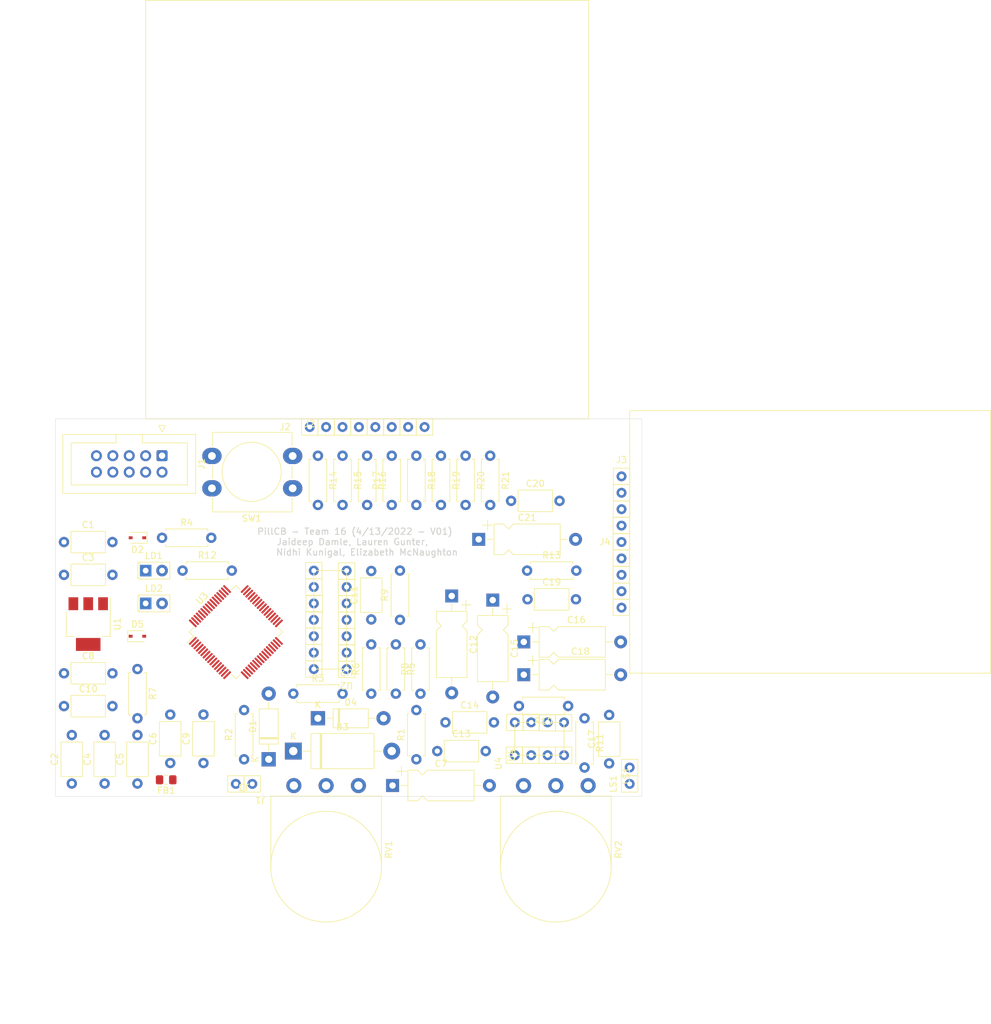
<source format=kicad_pcb>
(kicad_pcb (version 20211014) (generator pcbnew)
  (title_block (title "PillCB - Team 16") (date "2020-06-22") (rev "v01") (comment 4 "Jaideep Damle, Lauren Gunter, Nidhi Kunigal, Elizabeth McNaughton"))
  (layers (0 "F.Cu" signal) (1 "In1.Cu" signal "Ground.Cu") (2 "In2.Cu" signal "Power.Cu") (31 "B.Cu" signal) (34 "B.Paste" user) (35 "F.Paste" user) (36 "B.SilkS" user "B.Silkscreen") (37 "F.SilkS" user "F.Silkscreen") (38 "B.Mask" user) (39 "F.Mask" user) (44 "Edge.Cuts" user))
  (net 0 "")
  (net 1 "Net-(R10-Pad1)")
  (net 2 "GND")
  (net 3 "Net-(RV2-Pad2)")
  (net 4 "Net-(C18-Pad1)")
  (net 5 "+5V")
  (net 6 "Net-(C16-Pad1)")
  (net 7 "Net-(C15-Pad2)")
  (net 8 "Net-(R8-Pad2)")
  (net 9 "Net-(C7-Pad1)")
  (net 10 "Net-(R5-Pad2)")
  (net 11 "Net-(C18-Pad2)")
  (net 12 "+3V0")
  (net 13 "PB8")
  (net 14 "PB11")
  (net 15 "PB14")
  (net 16 "PB5")
  (net 17 "PB3")
  (net 18 "/ignore")
  (net 19 "Net-(J2-Pad1)")
  (net 20 "Net-(J2-Pad2)")
  (net 21 "Net-(J2-Pad3)")
  (net 22 "Net-(J2-Pad4)")
  (net 23 "Net-(J2-Pad5)")
  (net 24 "Net-(J2-Pad6)")
  (net 25 "Net-(J2-Pad7)")
  (net 26 "Net-(J2-Pad8)")
  (net 27 "/AC_SIGNAL")
  (net 28 "/PC0")
  (net 29 "/PC1")
  (net 30 "/PC7")
  (net 31 "/PC2")
  (net 32 "/PC3")
  (net 33 "/PC4")
  (net 34 "/PC5")
  (net 35 "/PC6")
  (net 36 "/NRST")
  (net 37 "/BOOT0")
  (net 38 "Net-(C17-Pad1)")
  (net 39 "Net-(C15-Pad1)")
  (net 40 "/PB2")
  (net 41 "Net-(LD2-Pad2)")
  (net 42 "Net-(LD1-Pad2)")
  (net 43 "Net-(R2-Pad1)")
  (net 44 "Net-(R1-Pad1)")
  (net 45 "Net-(C13-Pad2)")
  (net 46 "Net-(C10-Pad1)")
  (net 47 "/PC13")
  (net 48 "/PC14")
  (net 49 "/PC15")
  (net 50 "/PF0")
  (net 51 "/PF1")
  (net 52 "/3VA")
  (net 53 "/PA0")
  (net 54 "/PA1")
  (net 55 "/PA2")
  (net 56 "/PA3")
  (net 57 "/PA4")
  (net 58 "/PA5")
  (net 59 "/PA6")
  (net 60 "/PA7")
  (net 61 "/PB0")
  (net 62 "/PB1")
  (net 63 "/PB10")
  (net 64 "/PB12")
  (net 65 "/PB13")
  (net 66 "/PB15")
  (net 67 "/PC8")
  (net 68 "/PC9")
  (net 69 "/PA8")
  (net 70 "/PA9")
  (net 71 "/PA10")
  (net 72 "/PA11")
  (net 73 "/PA12")
  (net 74 "/PA13")
  (net 75 "/PA14")
  (net 76 "/PA15")
  (net 77 "/PC10")
  (net 78 "/PC11")
  (net 79 "/PC12")
  (net 80 "/PD2")
  (net 81 "/PB4")
  (net 82 "/PB6")
  (net 83 "/PB7")
  (net 84 "/PB9")
  (net 85 "Net-(D3-Pad2)")
  (net 86 "/U5V")
  (net 88 "/V3.3_IN")
  (footprint "local_models:J1" (layer "F.Cu") (at 69.86762 147.87976 180)
    (fp_text reference "J3" (at 0 -0.5 180 unlocked) (layer "F.SilkS"))
    (fp_text value "Conn_01x02_Female")
    (fp_text user "J1" (at -2.54 -2.54 180 unlocked) (layer "F.SilkS"))
    (pad "1" thru_hole circle (at -1.27 0 180) (size 1.524 1.524) (drill 0.762) (layers *.Cu *.Mask) (net 27 "/AC_SIGNAL"))
    (pad "2" thru_hole circle (at 1.27 0 180) (size 1.524 1.524) (drill 0.762) (layers *.Cu *.Mask) (net 2 "GND"))
  )
  (footprint "Capacitor_THT:C_Axial_L5.1mm_D3.1mm_P7.50mm_Horizontal" (layer "F.Cu") (at 111.20262 104.06476)
    (fp_text reference "C20" (at 3.75 -2.67) (layer "F.SilkS"))
    (fp_text value ".1uF")
    (pad "1" thru_hole circle (at 0 0) (size 1.6 1.6) (drill 0.8) (layers *.Cu *.Mask) (net 12 "+3V0"))
    (pad "2" thru_hole oval (at 7.5 0) (size 1.6 1.6) (drill 0.8) (layers *.Cu *.Mask) (net 2 "GND"))
  )
  (footprint "Capacitor_THT:CP_Axial_L10.0mm_D4.5mm_P15.00mm_Horizontal" (layer "F.Cu") (at 113.16762 130.97726)
    (fp_text reference "C18" (at 8.77 -3.6125) (layer "F.SilkS"))
    (fp_text value "220uF")
    (pad "1" thru_hole rect (at 0 0) (size 2 2) (drill 1) (layers *.Cu *.Mask) (net 4 "Net-(C18-Pad1)"))
    (pad "2" thru_hole oval (at 15 0) (size 2 2) (drill 1) (layers *.Cu *.Mask) (net 11 "Net-(C18-Pad2)"))
  )
  (footprint "Resistor_THT:R_Axial_DIN0207_L6.3mm_D2.5mm_P7.62mm_Horizontal" (layer "F.Cu") (at 96.53762 97.07976 -90)
    (fp_text reference "R18" (at 3.81 -2.37 90) (layer "F.SilkS"))
    (fp_text value "1K")
    (pad "1" thru_hole circle (at 0 0 270) (size 1.6 1.6) (drill 0.8) (layers *.Cu *.Mask) (net 32 "/PC3"))
    (pad "2" thru_hole oval (at 7.62 0 270) (size 1.6 1.6) (drill 0.8) (layers *.Cu *.Mask) (net 23 "Net-(J2-Pad5)"))
  )
  (footprint "Diode_THT:D_DO-201_P15.24mm_Horizontal" (layer "F.Cu") (at 77.48762 142.79976)
    (fp_text reference "D3" (at 7.62 -3.725) (layer "F.SilkS"))
    (fp_text value "1N522B")
    (fp_text user "K" (at 0 -2.3) (layer "F.SilkS"))
    (pad "1" thru_hole rect (at 0 0) (size 2.6 2.6) (drill 1.3) (layers *.Cu *.Mask) (net 12 "+3V0"))
    (pad "2" thru_hole oval (at 15.24 0) (size 2.6 2.6) (drill 1.3) (layers *.Cu *.Mask) (net 85 "Net-(D3-Pad2)"))
  )
  (footprint "Capacitor_THT:CP_Axial_L10.0mm_D4.5mm_P15.00mm_Horizontal" (layer "F.Cu") (at 108.36012 119.42476 -90)
    (fp_text reference "C15" (at 7.5 -3.37 90) (layer "F.SilkS"))
    (fp_text value "10uF")
    (pad "1" thru_hole rect (at 0 0 270) (size 2 2) (drill 1) (layers *.Cu *.Mask) (net 39 "Net-(C15-Pad1)"))
    (pad "2" thru_hole oval (at 15 0 270) (size 2 2) (drill 1) (layers *.Cu *.Mask) (net 7 "Net-(C15-Pad2)"))
  )
  (footprint "Capacitor_THT:C_Axial_L5.1mm_D3.1mm_P7.50mm_Horizontal" (layer "F.Cu") (at 48.27762 147.81976 90)
    (fp_text reference "C4" (at 3.75 -2.67 90) (layer "F.SilkS"))
    (fp_text value ".1uF")
    (pad "1" thru_hole circle (at 0 0 90) (size 1.6 1.6) (drill 0.8) (layers *.Cu *.Mask) (net 12 "+3V0"))
    (pad "2" thru_hole oval (at 7.5 0 90) (size 1.6 1.6) (drill 0.8) (layers *.Cu *.Mask) (net 2 "GND"))
  )
  (footprint "Diode_SMD:D_SOD-323" (layer "F.Cu") (at 53.35762 125.01976)
    (fp_text reference "D5" (at 0 -1.85) (layer "F.SilkS"))
    (fp_text value "BAT60JFILM")
    (pad "1" smd rect (at -1.05 0) (size 0.6 0.45) (layers "F.Cu" "F.Paste" "F.Mask") (net 12 "+3V0"))
    (pad "2" smd rect (at 1.05 0) (size 0.6 0.45) (layers "F.Cu" "F.Paste" "F.Mask") (net 46 "Net-(C10-Pad1)"))
  )
  (footprint "Capacitor_THT:CP_Axial_L10.0mm_D4.5mm_P15.00mm_Horizontal" (layer "F.Cu") (at 113.16762 125.89726)
    (fp_text reference "C16" (at 8.135 -3.4175) (layer "F.SilkS"))
    (fp_text value "10uF")
    (pad "1" thru_hole rect (at 0 0) (size 2 2) (drill 1) (layers *.Cu *.Mask) (net 6 "Net-(C16-Pad1)"))
    (pad "2" thru_hole oval (at 15 0) (size 2 2) (drill 1) (layers *.Cu *.Mask) (net 2 "GND"))
  )
  (footprint "local_models:J3" (layer "F.Cu") (at 129.568245 110.41476)
    (fp_text reference "J4" (at -3.820625 0 unlocked) (layer "F.SilkS"))
    (fp_text value "Conn_01x09_Female")
    (fp_text user "J3" (at -1.27 -12.7 unlocked) (layer "F.SilkS"))
    (pad "1" thru_hole circle (at -1.27 -10.138749) (size 1.524 1.524) (drill 0.762) (layers *.Cu *.Mask) (net 12 "+3V0"))
    (pad "2" thru_hole circle (at -1.27 -7.598749) (size 1.524 1.524) (drill 0.762) (layers *.Cu *.Mask) (net 2 "GND"))
    (pad "3" thru_hole circle (at -1.27 -5.058749) (size 1.524 1.524) (drill 0.762) (layers *.Cu *.Mask) (net 13 "PB8"))
    (pad "4" thru_hole circle (at -1.27 -2.518749) (size 1.524 1.524) (drill 0.762) (layers *.Cu *.Mask) (net 14 "PB11"))
    (pad "5" thru_hole circle (at -1.27 0.021251) (size 1.524 1.524) (drill 0.762) (layers *.Cu *.Mask) (net 15 "PB14"))
    (pad "6" thru_hole circle (at -1.27 2.561251) (size 1.524 1.524) (drill 0.762) (layers *.Cu *.Mask) (net 16 "PB5"))
    (pad "7" thru_hole circle (at -1.27 5.101251) (size 1.524 1.524) (drill 0.762) (layers *.Cu *.Mask) (net 17 "PB3"))
    (pad "8" thru_hole circle (at -1.27 7.641251) (size 1.524 1.524) (drill 0.762) (layers *.Cu *.Mask) (net 12 "+3V0"))
    (pad "9" thru_hole circle (at -1.27 10.181251) (size 1.524 1.524) (drill 0.762) (layers *.Cu *.Mask) (net 18 "/ignore"))
  )
  (footprint "Capacitor_THT:CP_Axial_L10.0mm_D4.5mm_P15.00mm_Horizontal" (layer "F.Cu") (at 102.01012 118.78976 -90)
    (fp_text reference "C12" (at 7.5 -3.37 90) (layer "F.SilkS"))
    (fp_text value ".1uF")
    (pad "1" thru_hole rect (at 0 0 270) (size 2 2) (drill 1) (layers *.Cu *.Mask) (net 40 "/PB2"))
    (pad "2" thru_hole oval (at 15 0 270) (size 2 2) (drill 1) (layers *.Cu *.Mask) (net 2 "GND"))
  )
  (footprint "Capacitor_THT:C_Axial_L5.1mm_D3.1mm_P7.50mm_Horizontal" (layer "F.Cu") (at 41.98762 110.439761)
    (fp_text reference "C1" (at 3.75 -2.67) (layer "F.SilkS"))
    (fp_text value "22uF")
    (pad "1" thru_hole circle (at 0 0) (size 1.6 1.6) (drill 0.8) (layers *.Cu *.Mask) (net 5 "+5V"))
    (pad "2" thru_hole oval (at 7.5 0) (size 1.6 1.6) (drill 0.8) (layers *.Cu *.Mask) (net 2 "GND"))
  )
  (footprint "Capacitor_THT:C_Axial_L5.1mm_D3.1mm_P7.50mm_Horizontal" (layer "F.Cu") (at 58.43762 144.64476 90)
    (fp_text reference "C6" (at 3.75 -2.67 90) (layer "F.SilkS"))
    (fp_text value ".1uF")
    (pad "1" thru_hole circle (at 0 0 90) (size 1.6 1.6) (drill 0.8) (layers *.Cu *.Mask) (net 12 "+3V0"))
    (pad "2" thru_hole oval (at 7.5 0 90) (size 1.6 1.6) (drill 0.8) (layers *.Cu *.Mask) (net 2 "GND"))
  )
  (footprint "Button_Switch_THT:SW_PUSH-12mm_Wuerth-430476085716" (layer "F.Cu") (at 77.38762 102.11976 180)
    (fp_text reference "SW1" (at 6.35 -4.66) (layer "F.SilkS"))
    (fp_text value "SW_Push")
    (pad "1" thru_hole oval (at 12.5 0 180) (size 3 2.5) (drill 1.2) (layers *.Cu *.Mask) (net 2 "GND"))
    (pad "1" thru_hole oval (at 0 0 180) (size 3 2.5) (drill 1.2) (layers *.Cu *.Mask) (net 2 "GND"))
    (pad "2" thru_hole oval (at 12.5 5 180) (size 3 2.5) (drill 1.2) (layers *.Cu *.Mask) (net 36 "/NRST"))
    (pad "2" thru_hole oval (at 0 5 180) (size 3 2.5) (drill 1.2) (layers *.Cu *.Mask) (net 36 "/NRST"))
  )
  (footprint "Resistor_THT:R_Axial_DIN0207_L6.3mm_D2.5mm_P7.62mm_Horizontal" (layer "F.Cu") (at 77.48762 133.90976)
    (fp_text reference "R3" (at 3.81 -2.37) (layer "F.SilkS"))
    (fp_text value "1M")
    (pad "1" thru_hole circle (at 0 0) (size 1.6 1.6) (drill 0.8) (layers *.Cu *.Mask) (net 9 "Net-(C7-Pad1)"))
    (pad "2" thru_hole oval (at 7.62 0) (size 1.6 1.6) (drill 0.8) (layers *.Cu *.Mask) (net 2 "GND"))
  )
  (footprint "Resistor_THT:R_Axial_DIN0207_L6.3mm_D2.5mm_P7.62mm_Horizontal" (layer "F.Cu") (at 57.16762 109.77976)
    (fp_text reference "R4" (at 3.81 -2.37) (layer "F.SilkS"))
    (fp_text value "5.1k")
    (pad "1" thru_hole circle (at 0 0) (size 1.6 1.6) (drill 0.8) (layers *.Cu *.Mask) (net 5 "+5V"))
    (pad "2" thru_hole oval (at 7.62 0) (size 1.6 1.6) (drill 0.8) (layers *.Cu *.Mask) (net 42 "Net-(LD1-Pad2)"))
  )
  (footprint "Resistor_THT:R_Axial_DIN0207_L6.3mm_D2.5mm_P7.62mm_Horizontal" (layer "F.Cu") (at 97.17262 133.90976 90)
    (fp_text reference "R8" (at 3.81 -2.37 90) (layer "F.SilkS"))
    (fp_text value "12k")
    (pad "1" thru_hole circle (at 0 0 90) (size 1.6 1.6) (drill 0.8) (layers *.Cu *.Mask) (net 10 "Net-(R5-Pad2)"))
    (pad "2" thru_hole oval (at 7.62 0 90) (size 1.6 1.6) (drill 0.8) (layers *.Cu *.Mask) (net 8 "Net-(R8-Pad2)"))
  )
  (footprint "local_models:LS1" (layer "F.Cu") (at 129.55762 146.60976 90)
    (fp_text reference "LS1" (at 0 -0.5 90 unlocked) (layer "F.SilkS"))
    (fp_text value "Speaker")
    (fp_text user "LS1" (at -1.27 -2.54 90 unlocked) (layer "F.SilkS"))
    (pad "1" thru_hole circle (at -1.27 0 90) (size 1.524 1.524) (drill 0.762) (layers *.Cu *.Mask) (net 11 "Net-(C18-Pad2)"))
    (pad "2" thru_hole circle (at 1.27 0 90) (size 1.524 1.524) (drill 0.762) (layers *.Cu *.Mask) (net 2 "GND"))
  )
  (footprint "Resistor_THT:R_Axial_DIN0207_L6.3mm_D2.5mm_P7.62mm_Horizontal" (layer "F.Cu") (at 93.99762 122.47976 90)
    (fp_text reference "R9" (at 3.81 -2.37 90) (layer "F.SilkS"))
    (fp_text value "2.2k")
    (pad "1" thru_hole circle (at 0 0 90) (size 1.6 1.6) (drill 0.8) (layers *.Cu *.Mask) (net 8 "Net-(R8-Pad2)"))
    (pad "2" thru_hole oval (at 7.62 0 90) (size 1.6 1.6) (drill 0.8) (layers *.Cu *.Mask) (net 40 "/PB2"))
  )
  (footprint "Resistor_THT:R_Axial_DIN0207_L6.3mm_D2.5mm_P7.62mm_Horizontal" (layer "F.Cu") (at 93.36262 126.28976 -90)
    (fp_text reference "R5" (at 3.81 -2.37 90) (layer "F.SilkS"))
    (fp_text value "10k")
    (pad "1" thru_hole circle (at 0 0 270) (size 1.6 1.6) (drill 0.8) (layers *.Cu *.Mask) (net 12 "+3V0"))
    (pad "2" thru_hole oval (at 7.62 0 270) (size 1.6 1.6) (drill 0.8) (layers *.Cu *.Mask) (net 10 "Net-(R5-Pad2)"))
  )
  (footprint "Resistor_THT:R_Axial_DIN0207_L6.3mm_D2.5mm_P7.62mm_Horizontal" (layer "F.Cu") (at 122.57262 137.71976 -90)
    (fp_text reference "R11" (at 3.81 -2.37 90) (layer "F.SilkS"))
    (fp_text value "10")
    (pad "1" thru_hole circle (at 0 0 270) (size 1.6 1.6) (drill 0.8) (layers *.Cu *.Mask) (net 4 "Net-(C18-Pad1)"))
    (pad "2" thru_hole oval (at 7.62 0 270) (size 1.6 1.6) (drill 0.8) (layers *.Cu *.Mask) (net 38 "Net-(C17-Pad1)"))
  )
  (footprint "local_models:U2" (layer "F.Cu") (at 83.20262 122.47976 180)
    (fp_text reference "U2" (at -2.54 -8.12 180 unlocked) (layer "F.SilkS"))
    (fp_text value "LM324")
    (fp_text user "U2" (at -2.54 -10.16 180 unlocked) (layer "F.SilkS"))
    (pad "1" thru_hole circle (at -2.54 -7.62 180) (size 1.524 1.524) (drill 0.762) (layers *.Cu *.Mask) (net 8 "Net-(R8-Pad2)"))
    (pad "2" thru_hole circle (at -2.54 -5.08 180) (size 1.524 1.524) (drill 0.762) (layers *.Cu *.Mask) (net 9 "Net-(C7-Pad1)"))
    (pad "3" thru_hole circle (at -2.54 -2.54 180) (size 1.524 1.524) (drill 0.762) (layers *.Cu *.Mask) (net 10 "Net-(R5-Pad2)"))
    (pad "4" thru_hole circle (at -2.54 0 180) (size 1.524 1.524) (drill 0.762) (layers *.Cu *.Mask) (net 5 "+5V"))
    (pad "5" thru_hole circle (at -2.54 2.54 180) (size 1.524 1.524) (drill 0.762) (layers *.Cu *.Mask))
    (pad "6" thru_hole circle (at -2.54 5.08 180) (size 1.524 1.524) (drill 0.762) (layers *.Cu *.Mask))
    (pad "7" thru_hole circle (at -2.54 7.62 180) (size 1.524 1.524) (drill 0.762) (layers *.Cu *.Mask))
    (pad "8" thru_hole circle (at 2.54 7.62 180) (size 1.524 1.524) (drill 0.762) (layers *.Cu *.Mask))
    (pad "9" thru_hole circle (at 2.54 5.08 180) (size 1.524 1.524) (drill 0.762) (layers *.Cu *.Mask))
    (pad "10" thru_hole circle (at 2.54 2.54 180) (size 1.524 1.524) (drill 0.762) (layers *.Cu *.Mask))
    (pad "11" thru_hole circle (at 2.54 0 180) (size 1.524 1.524) (drill 0.762) (layers *.Cu *.Mask) (net 2 "GND"))
    (pad "12" thru_hole circle (at 2.54 -2.54 180) (size 1.524 1.524) (drill 0.762) (layers *.Cu *.Mask))
    (pad "13" thru_hole circle (at 2.54 -5.08 180) (size 1.524 1.524) (drill 0.762) (layers *.Cu *.Mask))
    (pad "14" thru_hole circle (at 2.54 -7.62 180) (size 1.524 1.524) (drill 0.762) (layers *.Cu *.Mask))
  )
  (footprint "Capacitor_THT:C_Axial_L5.1mm_D3.1mm_P7.50mm_Horizontal" (layer "F.Cu") (at 113.74262 119.30476)
    (fp_text reference "C19" (at 3.75 -2.67) (layer "F.SilkS"))
    (fp_text value ".1uF")
    (pad "1" thru_hole circle (at 0 0) (size 1.6 1.6) (drill 0.8) (layers *.Cu *.Mask) (net 36 "/NRST"))
    (pad "2" thru_hole oval (at 7.5 0) (size 1.6 1.6) (drill 0.8) (layers *.Cu *.Mask) (net 2 "GND"))
  )
  (footprint "LED_THT:LED_D2.0mm_W4.8mm_H2.5mm_FlatTop" (layer "F.Cu") (at 54.62762 119.93976)
    (fp_text reference "LD2" (at 1.27 -2.31) (layer "F.SilkS"))
    (fp_text value "LED_Green")
    (pad "1" thru_hole rect (at 0 0) (size 1.8 1.8) (drill 0.9) (layers *.Cu *.Mask) (net 2 "GND"))
    (pad "2" thru_hole circle (at 2.54 0) (size 1.8 1.8) (drill 0.9) (layers *.Cu *.Mask) (net 41 "Net-(LD2-Pad2)"))
  )
  (footprint "Capacitor_THT:C_Axial_L5.1mm_D3.1mm_P7.50mm_Horizontal" (layer "F.Cu") (at 89.55262 122.41976 90)
    (fp_text reference "C11" (at 3.75 -2.67 90) (layer "F.SilkS"))
    (fp_text value ".1uF")
    (pad "1" thru_hole circle (at 0 0 90) (size 1.6 1.6) (drill 0.8) (layers *.Cu *.Mask) (net 5 "+5V"))
    (pad "2" thru_hole oval (at 7.5 0 90) (size 1.6 1.6) (drill 0.8) (layers *.Cu *.Mask) (net 2 "GND"))
  )
  (footprint "Package_QFP:LQFP-64_10x10mm_P0.5mm" (layer "F.Cu") (at 68.59762 124.38476 45)
    (fp_text reference "U3" (at 0 -7.4 45) (layer "F.SilkS"))
    (fp_text value "STM32F091RCTx")
    (pad "1" smd roundrect (at -5.675 -3.75 45) (size 1.55 0.3) (layers "F.Cu" "F.Paste" "F.Mask") (net 12 "+3V0"))
    (pad "2" smd roundrect (at -5.675 -3.25 45) (size 1.55 0.3) (layers "F.Cu" "F.Paste" "F.Mask") (net 47 "/PC13"))
    (pad "3" smd roundrect (at -5.675 -2.75 45) (size 1.55 0.3) (layers "F.Cu" "F.Paste" "F.Mask") (net 48 "/PC14"))
    (pad "4" smd roundrect (at -5.675 -2.25 45) (size 1.55 0.3) (layers "F.Cu" "F.Paste" "F.Mask") (net 49 "/PC15"))
    (pad "5" smd roundrect (at -5.675 -1.75 45) (size 1.55 0.3) (layers "F.Cu" "F.Paste" "F.Mask") (net 50 "/PF0"))
    (pad "6" smd roundrect (at -5.675 -1.25 45) (size 1.55 0.3) (layers "F.Cu" "F.Paste" "F.Mask") (net 51 "/PF1"))
    (pad "7" smd roundrect (at -5.675 -0.75 45) (size 1.55 0.3) (layers "F.Cu" "F.Paste" "F.Mask") (net 36 "/NRST"))
    (pad "8" smd roundrect (at -5.675 -0.25 45) (size 1.55 0.3) (layers "F.Cu" "F.Paste" "F.Mask") (net 28 "/PC0"))
    (pad "9" smd roundrect (at -5.675 0.25 45) (size 1.55 0.3) (layers "F.Cu" "F.Paste" "F.Mask") (net 29 "/PC1"))
    (pad "10" smd roundrect (at -5.675 0.75 45) (size 1.55 0.3) (layers "F.Cu" "F.Paste" "F.Mask") (net 31 "/PC2"))
    (pad "11" smd roundrect (at -5.675 1.25 45) (size 1.55 0.3) (layers "F.Cu" "F.Paste" "F.Mask") (net 32 "/PC3"))
    (pad "12" smd roundrect (at -5.675 1.75 45) (size 1.55 0.3) (layers "F.Cu" "F.Paste" "F.Mask") (net 2 "GND"))
    (pad "13" smd roundrect (at -5.675 2.25 45) (size 1.55 0.3) (layers "F.Cu" "F.Paste" "F.Mask") (net 52 "/3VA"))
    (pad "14" smd roundrect (at -5.675 2.75 45) (size 1.55 0.3) (layers "F.Cu" "F.Paste" "F.Mask") (net 53 "/PA0"))
    (pad "15" smd roundrect (at -5.675 3.25 45) (size 1.55 0.3) (layers "F.Cu" "F.Paste" "F.Mask") (net 54 "/PA1"))
    (pad "16" smd roundrect (at -5.675 3.75 45) (size 1.55 0.3) (layers "F.Cu" "F.Paste" "F.Mask") (net 55 "/PA2"))
    (pad "17" smd roundrect (at -3.75 5.675 45) (size 0.3 1.55) (layers "F.Cu" "F.Paste" "F.Mask") (net 56 "/PA3"))
    (pad "18" smd roundrect (at -3.25 5.675 45) (size 0.3 1.55) (layers "F.Cu" "F.Paste" "F.Mask") (net 2 "GND"))
    (pad "19" smd roundrect (at -2.75 5.675 45) (size 0.3 1.55) (layers "F.Cu" "F.Paste" "F.Mask") (net 12 "+3V0"))
    (pad "20" smd roundrect (at -2.25 5.675 45) (size 0.3 1.55) (layers "F.Cu" "F.Paste" "F.Mask") (net 57 "/PA4"))
    (pad "21" smd roundrect (at -1.75 5.675 45) (size 0.3 1.55) (layers "F.Cu" "F.Paste" "F.Mask") (net 58 "/PA5"))
    (pad "22" smd roundrect (at -1.25 5.675 45) (size 0.3 1.55) (layers "F.Cu" "F.Paste" "F.Mask") (net 59 "/PA6"))
    (pad "23" smd roundrect (at -0.75 5.675 45) (size 0.3 1.55) (layers "F.Cu" "F.Paste" "F.Mask") (net 60 "/PA7"))
    (pad "24" smd roundrect (at -0.25 5.675 45) (size 0.3 1.55) (layers "F.Cu" "F.Paste" "F.Mask") (net 33 "/PC4"))
    (pad "25" smd roundrect (at 0.25 5.675 45) (size 0.3 1.55) (layers "F.Cu" "F.Paste" "F.Mask") (net 34 "/PC5"))
    (pad "26" smd roundrect (at 0.75 5.675 45) (size 0.3 1.55) (layers "F.Cu" "F.Paste" "F.Mask") (net 61 "/PB0"))
    (pad "27" smd roundrect (at 1.25 5.675 45) (size 0.3 1.55) (layers "F.Cu" "F.Paste" "F.Mask") (net 62 "/PB1"))
    (pad "28" smd roundrect (at 1.75 5.675 45) (size 0.3 1.55) (layers "F.Cu" "F.Paste" "F.Mask") (net 40 "/PB2"))
    (pad "29" smd roundrect (at 2.25 5.675 45) (size 0.3 1.55) (layers "F.Cu" "F.Paste" "F.Mask") (net 63 "/PB10"))
    (pad "30" smd roundrect (at 2.75 5.675 45) (size 0.3 1.55) (layers "F.Cu" "F.Paste" "F.Mask") (net 14 "PB11"))
    (pad "31" smd roundrect (at 3.25 5.675 45) (size 0.3 1.55) (layers "F.Cu" "F.Paste" "F.Mask") (net 2 "GND"))
    (pad "32" smd roundrect (at 3.75 5.675 45) (size 0.3 1.55) (layers "F.Cu" "F.Paste" "F.Mask") (net 12 "+3V0"))
    (pad "33" smd roundrect (at 5.675 3.75 45) (size 1.55 0.3) (layers "F.Cu" "F.Paste" "F.Mask") (net 64 "/PB12"))
    (pad "34" smd roundrect (at 5.675 3.25 45) (size 1.55 0.3) (layers "F.Cu" "F.Paste" "F.Mask") (net 65 "/PB13"))
    (pad "35" smd roundrect (at 5.675 2.75 45) (size 1.55 0.3) (layers "F.Cu" "F.Paste" "F.Mask") (net 15 "PB14"))
    (pad "36" smd roundrect (at 5.675 2.25 45) (size 1.55 0.3) (layers "F.Cu" "F.Paste" "F.Mask") (net 66 "/PB15"))
    (pad "37" smd roundrect (at 5.675 1.75 45) (size 1.55 0.3) (layers "F.Cu" "F.Paste" "F.Mask") (net 35 "/PC6"))
    (pad "38" smd roundrect (at 5.675 1.25 45) (size 1.55 0.3) (layers "F.Cu" "F.Paste" "F.Mask") (net 30 "/PC7"))
    (pad "39" smd roundrect (at 5.675 0.75 45) (size 1.55 0.3) (layers "F.Cu" "F.Paste" "F.Mask") (net 67 "/PC8"))
    (pad "40" smd roundrect (at 5.675 0.25 45) (size 1.55 0.3) (layers "F.Cu" "F.Paste" "F.Mask") (net 68 "/PC9"))
    (pad "41" smd roundrect (at 5.675 -0.25 45) (size 1.55 0.3) (layers "F.Cu" "F.Paste" "F.Mask") (net 69 "/PA8"))
    (pad "42" smd roundrect (at 5.675 -0.75 45) (size 1.55 0.3) (layers "F.Cu" "F.Paste" "F.Mask") (net 70 "/PA9"))
    (pad "43" smd roundrect (at 5.675 -1.25 45) (size 1.55 0.3) (layers "F.Cu" "F.Paste" "F.Mask") (net 71 "/PA10"))
    (pad "44" smd roundrect (at 5.675 -1.75 45) (size 1.55 0.3) (layers "F.Cu" "F.Paste" "F.Mask") (net 72 "/PA11"))
    (pad "45" smd roundrect (at 5.675 -2.25 45) (size 1.55 0.3) (layers "F.Cu" "F.Paste" "F.Mask") (net 73 "/PA12"))
    (pad "46" smd roundrect (at 5.675 -2.75 45) (size 1.55 0.3) (layers "F.Cu" "F.Paste" "F.Mask") (net 74 "/PA13"))
    (pad "47" smd roundrect (at 5.675 -3.25 45) (size 1.55 0.3) (layers "F.Cu" "F.Paste" "F.Mask") (net 2 "GND"))
    (pad "48" smd roundrect (at 5.675 -3.75 45) (size 1.55 0.3) (layers "F.Cu" "F.Paste" "F.Mask") (net 12 "+3V0"))
    (pad "49" smd roundrect (at 3.75 -5.675 45) (size 0.3 1.55) (layers "F.Cu" "F.Paste" "F.Mask") (net 75 "/PA14"))
    (pad "50" smd roundrect (at 3.25 -5.675 45) (size 0.3 1.55) (layers "F.Cu" "F.Paste" "F.Mask") (net 76 "/PA15"))
    (pad "51" smd roundrect (at 2.75 -5.675 45) (size 0.3 1.55) (layers "F.Cu" "F.Paste" "F.Mask") (net 77 "/PC10"))
    (pad "52" smd roundrect (at 2.25 -5.675 45) (size 0.3 1.55) (layers "F.Cu" "F.Paste" "F.Mask") (net 78 "/PC11"))
    (pad "53" smd roundrect (at 1.75 -5.675 45) (size 0.3 1.55) (layers "F.Cu" "F.Paste" "F.Mask") (net 79 "/PC12"))
    (pad "54" smd roundrect (at 1.25 -5.675 45) (size 0.3 1.55) (layers "F.Cu" "F.Paste" "F.Mask") (net 80 "/PD2"))
    (pad "55" smd roundrect (at 0.75 -5.675 45) (size 0.3 1.55) (layers "F.Cu" "F.Paste" "F.Mask") (net 17 "PB3"))
    (pad "56" smd roundrect (at 0.25 -5.675 45) (size 0.3 1.55) (layers "F.Cu" "F.Paste" "F.Mask") (net 81 "/PB4"))
    (pad "57" smd roundrect (at -0.25 -5.675 45) (size 0.3 1.55) (layers "F.Cu" "F.Paste" "F.Mask") (net 16 "PB5"))
    (pad "58" smd roundrect (at -0.75 -5.675 45) (size 0.3 1.55) (layers "F.Cu" "F.Paste" "F.Mask") (net 82 "/PB6"))
    (pad "59" smd roundrect (at -1.25 -5.675 45) (size 0.3 1.55) (layers "F.Cu" "F.Paste" "F.Mask") (net 83 "/PB7"))
    (pad "60" smd roundrect (at -1.75 -5.675 45) (size 0.3 1.55) (layers "F.Cu" "F.Paste" "F.Mask") (net 37 "/BOOT0"))
    (pad "61" smd roundrect (at -2.25 -5.675 45) (size 0.3 1.55) (layers "F.Cu" "F.Paste" "F.Mask") (net 13 "PB8"))
    (pad "62" smd roundrect (at -2.75 -5.675 45) (size 0.3 1.55) (layers "F.Cu" "F.Paste" "F.Mask") (net 84 "/PB9"))
    (pad "63" smd roundrect (at -3.25 -5.675 45) (size 0.3 1.55) (layers "F.Cu" "F.Paste" "F.Mask") (net 2 "GND"))
    (pad "64" smd roundrect (at -3.75 -5.675 45) (size 0.3 1.55) (layers "F.Cu" "F.Paste" "F.Mask") (net 12 "+3V0"))
  )
  (footprint "Diode_THT:D_DO-41_SOD81_P10.16mm_Horizontal" (layer "F.Cu") (at 73.67762 144.06976 90)
    (fp_text reference "D1" (at 5.08 -2.47 90) (layer "F.SilkS"))
    (fp_text value "1N5819")
    (fp_text user "K" (at 0 -2.1 90) (layer "F.SilkS"))
    (pad "1" thru_hole rect (at 0 0 90) (size 2.2 2.2) (drill 1.1) (layers *.Cu *.Mask) (net 12 "+3V0"))
    (pad "2" thru_hole oval (at 10.16 0 90) (size 2.2 2.2) (drill 1.1) (layers *.Cu *.Mask) (net 9 "Net-(C7-Pad1)"))
  )
  (footprint "Resistor_THT:R_Axial_DIN0207_L6.3mm_D2.5mm_P7.62mm_Horizontal" (layer "F.Cu") (at 89.55262 133.90976 90)
    (fp_text reference "R6" (at 3.81 -2.37 90) (layer "F.SilkS"))
    (fp_text value "120k")
    (pad "1" thru_hole circle (at 0 0 90) (size 1.6 1.6) (drill 0.8) (layers *.Cu *.Mask) (net 10 "Net-(R5-Pad2)"))
    (pad "2" thru_hole oval (at 7.62 0 90) (size 1.6 1.6) (drill 0.8) (layers *.Cu *.Mask) (net 2 "GND"))
  )
  (footprint "Potentiometer_THT:Potentiometer_Omeg_PC16BU_Vertical" (layer "F.Cu") (at 113.12762 148.13976 -90)
    (fp_text reference "RV2" (at 9.915 -14.7 90) (layer "F.SilkS"))
    (fp_text value "R_Potentiometer_10k")
    (pad "1" thru_hole circle (at 0 0 270) (size 2.34 2.34) (drill 1.3) (layers *.Cu *.Mask) (net 45 "Net-(C13-Pad2)"))
    (pad "2" thru_hole circle (at 0 -5 270) (size 2.34 2.34) (drill 1.3) (layers *.Cu *.Mask) (net 3 "Net-(RV2-Pad2)"))
    (pad "3" thru_hole circle (at 0 -10 270) (size 2.34 2.34) (drill 1.3) (layers *.Cu *.Mask) (net 2 "GND"))
  )
  (footprint "LED_THT:LED_D2.0mm_W4.8mm_H2.5mm_FlatTop" (layer "F.Cu") (at 54.62762 114.85976)
    (fp_text reference "LD1" (at 1.27 -2.31) (layer "F.SilkS"))
    (fp_text value "LED_Red")
    (pad "1" thru_hole rect (at 0 0) (size 1.8 1.8) (drill 0.9) (layers *.Cu *.Mask) (net 2 "GND"))
    (pad "2" thru_hole circle (at 2.54 0) (size 1.8 1.8) (drill 0.9) (layers *.Cu *.Mask) (net 42 "Net-(LD1-Pad2)"))
  )
  (footprint "Resistor_THT:R_Axial_DIN0207_L6.3mm_D2.5mm_P7.62mm_Horizontal" (layer "F.Cu") (at 100.34762 97.07976 -90)
    (fp_text reference "R19" (at 3.81 -2.37 90) (layer "F.SilkS"))
    (fp_text value "1K")
    (pad "1" thru_hole circle (at 0 0 270) (size 1.6 1.6) (drill 0.8) (layers *.Cu *.Mask) (net 31 "/PC2"))
    (pad "2" thru_hole oval (at 7.62 0 270) (size 1.6 1.6) (drill 0.8) (layers *.Cu *.Mask) (net 24 "Net-(J2-Pad6)"))
  )
  (footprint "Capacitor_THT:C_Axial_L5.1mm_D3.1mm_P7.50mm_Horizontal" (layer "F.Cu") (at 41.98762 115.51976)
    (fp_text reference "C3" (at 3.75 -2.67) (layer "F.SilkS"))
    (fp_text value ".1uF")
    (pad "1" thru_hole circle (at 0 0) (size 1.6 1.6) (drill 0.8) (layers *.Cu *.Mask) (net 5 "+5V"))
    (pad "2" thru_hole oval (at 7.5 0) (size 1.6 1.6) (drill 0.8) (layers *.Cu *.Mask) (net 2 "GND"))
  )
  (footprint "Capacitor_THT:C_Axial_L5.1mm_D3.1mm_P7.50mm_Horizontal" (layer "F.Cu") (at 43.19762 147.81976 90)
    (fp_text reference "C2" (at 3.75 -2.67 90) (layer "F.SilkS"))
    (fp_text value ".1uF")
    (pad "1" thru_hole circle (at 0 0 90) (size 1.6 1.6) (drill 0.8) (layers *.Cu *.Mask) (net 12 "+3V0"))
    (pad "2" thru_hole oval (at 7.5 0 90) (size 1.6 1.6) (drill 0.8) (layers *.Cu *.Mask) (net 2 "GND"))
  )
  (footprint "Capacitor_THT:C_Axial_L5.1mm_D3.1mm_P7.50mm_Horizontal" (layer "F.Cu") (at 63.57762 144.64476 90)
    (fp_text reference "C9" (at 3.75 -2.67 90) (layer "F.SilkS"))
    (fp_text value ".1uF")
    (pad "1" thru_hole circle (at 0 0 90) (size 1.6 1.6) (drill 0.8) (layers *.Cu *.Mask) (net 52 "/3VA"))
    (pad "2" thru_hole oval (at 7.5 0 90) (size 1.6 1.6) (drill 0.8) (layers *.Cu *.Mask) (net 2 "GND"))
  )
  (footprint "Resistor_THT:R_Axial_DIN0207_L6.3mm_D2.5mm_P7.62mm_Horizontal" (layer "F.Cu") (at 104.15762 97.07976 -90)
    (fp_text reference "R20" (at 3.81 -2.37 90) (layer "F.SilkS"))
    (fp_text value "1K")
    (pad "1" thru_hole circle (at 0 0 270) (size 1.6 1.6) (drill 0.8) (layers *.Cu *.Mask) (net 29 "/PC1"))
    (pad "2" thru_hole oval (at 7.62 0 270) (size 1.6 1.6) (drill 0.8) (layers *.Cu *.Mask) (net 25 "Net-(J2-Pad7)"))
  )
  (footprint "Package_TO_SOT_SMD:SOT-223-3_TabPin2" (layer "F.Cu") (at 45.73762 123.13976 -90)
    (fp_text reference "U1" (at 0 -4.5 90) (layer "F.SilkS"))
    (fp_text value "LD1117S33TR_SOT223")
    (pad "1" smd rect (at -3.15 -2.3 270) (size 2 1.5) (layers "F.Cu" "F.Paste" "F.Mask") (net 2 "GND"))
    (pad "2" smd rect (at 3.15 0 270) (size 2 3.8) (layers "F.Cu" "F.Paste" "F.Mask") (net 46 "Net-(C10-Pad1)"))
    (pad "2" smd rect (at -3.15 0 270) (size 2 1.5) (layers "F.Cu" "F.Paste" "F.Mask") (net 46 "Net-(C10-Pad1)"))
    (pad "3" smd rect (at -3.15 2.3 270) (size 2 1.5) (layers "F.Cu" "F.Paste" "F.Mask") (net 5 "+5V"))
  )
  (footprint "Capacitor_THT:CP_Axial_L10.0mm_D4.5mm_P15.00mm_Horizontal" (layer "F.Cu") (at 106.18262 110.02226)
    (fp_text reference "C21" (at 7.5 -3.37) (layer "F.SilkS"))
    (fp_text value "10uF")
    (pad "1" thru_hole rect (at 0 0) (size 2 2) (drill 1) (layers *.Cu *.Mask) (net 12 "+3V0"))
    (pad "2" thru_hole oval (at 15 0) (size 2 2) (drill 1) (layers *.Cu *.Mask) (net 2 "GND"))
  )
  (footprint "Potentiometer_THT:Potentiometer_Omeg_PC16BU_Vertical" (layer "F.Cu") (at 77.56762 148.13976 -90)
    (fp_text reference "RV1" (at 9.915 -14.7 -270) (layer "F.SilkS"))
    (fp_text value "R_Potentiometer_10k")
    (pad "1" thru_hole circle (at 0 0 270) (size 2.34 2.34) (drill 1.3) (layers *.Cu *.Mask) (net 27 "/AC_SIGNAL"))
    (pad "2" thru_hole circle (at 0 -5 270) (size 2.34 2.34) (drill 1.3) (layers *.Cu *.Mask) (net 43 "Net-(R2-Pad1)"))
    (pad "3" thru_hole circle (at 0 -10 270) (size 2.34 2.34) (drill 1.3) (layers *.Cu *.Mask) (net 44 "Net-(R1-Pad1)"))
  )
  (footprint "Capacitor_THT:C_Axial_L5.1mm_D3.1mm_P7.50mm_Horizontal" (layer "F.Cu") (at 101.04262 138.35476)
    (fp_text reference "C14" (at 3.75 -2.67) (layer "F.SilkS"))
    (fp_text value ".1uF")
    (pad "1" thru_hole circle (at 0 0) (size 1.6 1.6) (drill 0.8) (layers *.Cu *.Mask) (net 2 "GND"))
    (pad "2" thru_hole oval (at 7.5 0) (size 1.6 1.6) (drill 0.8) (layers *.Cu *.Mask) (net 5 "+5V"))
  )
  (footprint "Resistor_THT:R_Axial_DIN0207_L6.3mm_D2.5mm_P7.62mm_Horizontal" (layer "F.Cu") (at 96.53762 144.06976 90)
    (fp_text reference "R1" (at 3.81 -2.37 90) (layer "F.SilkS"))
    (fp_text value "10k")
    (pad "1" thru_hole circle (at 0 0 90) (size 1.6 1.6) (drill 0.8) (layers *.Cu *.Mask) (net 44 "Net-(R1-Pad1)"))
    (pad "2" thru_hole oval (at 7.62 0 90) (size 1.6 1.6) (drill 0.8) (layers *.Cu *.Mask) (net 2 "GND"))
  )
  (footprint "Capacitor_THT:C_Axial_L5.1mm_D3.1mm_P7.50mm_Horizontal" (layer "F.Cu") (at 99.77262 142.79976)
    (fp_text reference "C13" (at 3.75 -2.67) (layer "F.SilkS"))
    (fp_text value "10uF")
    (pad "1" thru_hole circle (at 0 0) (size 1.6 1.6) (drill 0.8) (layers *.Cu *.Mask) (net 57 "/PA4"))
    (pad "2" thru_hole oval (at 7.5 0) (size 1.6 1.6) (drill 0.8) (layers *.Cu *.Mask) (net 45 "Net-(C13-Pad2)"))
  )
  (footprint "Resistor_THT:R_Axial_DIN0207_L6.3mm_D2.5mm_P7.62mm_Horizontal" (layer "F.Cu") (at 107.96762 97.07976 -90)
    (fp_text reference "R21" (at 3.81 -2.37 90) (layer "F.SilkS"))
    (fp_text value "1K")
    (pad "1" thru_hole circle (at 0 0 270) (size 1.6 1.6) (drill 0.8) (layers *.Cu *.Mask) (net 28 "/PC0"))
    (pad "2" thru_hole oval (at 7.62 0 270) (size 1.6 1.6) (drill 0.8) (layers *.Cu *.Mask) (net 26 "Net-(J2-Pad8)"))
  )
  (footprint "Capacitor_THT:C_Axial_L5.1mm_D3.1mm_P7.50mm_Horizontal" (layer "F.Cu") (at 41.987619 130.759761)
    (fp_text reference "C8" (at 3.75 -2.67) (layer "F.SilkS"))
    (fp_text value ".1uF")
    (pad "1" thru_hole circle (at 0 0) (size 1.6 1.6) (drill 0.8) (layers *.Cu *.Mask) (net 46 "Net-(C10-Pad1)"))
    (pad "2" thru_hole oval (at 7.5 0) (size 1.6 1.6) (drill 0.8) (layers *.Cu *.Mask) (net 2 "GND"))
  )
  (footprint "Diode_THT:D_DO-41_SOD81_P10.16mm_Horizontal" (layer "F.Cu") (at 81.29762 137.71976)
    (fp_text reference "D4" (at 5.08 -2.47) (layer "F.SilkS"))
    (fp_text value "1N5819")
    (fp_text user "K" (at 0 -2.1) (layer "F.SilkS"))
    (pad "1" thru_hole rect (at 0 0) (size 2.2 2.2) (drill 1.1) (layers *.Cu *.Mask) (net 9 "Net-(C7-Pad1)"))
    (pad "2" thru_hole oval (at 10.16 0) (size 2.2 2.2) (drill 1.1) (layers *.Cu *.Mask) (net 85 "Net-(D3-Pad2)"))
  )
  (footprint "Diode_SMD:D_SOD-323" (layer "F.Cu") (at 53.35762 109.77976 180)
    (fp_text reference "D2" (at 0 -1.85) (layer "F.SilkS"))
    (fp_text value "BAT60JFILM")
    (pad "1" smd rect (at -1.05 0 180) (size 0.6 0.45) (layers "F.Cu" "F.Paste" "F.Mask") (net 5 "+5V"))
    (pad "2" smd rect (at 1.05 0 180) (size 0.6 0.45) (layers "F.Cu" "F.Paste" "F.Mask") (net 86 "/U5V"))
  )
  (footprint "Resistor_THT:R_Axial_DIN0207_L6.3mm_D2.5mm_P7.62mm_Horizontal" (layer "F.Cu") (at 85.10762 97.07976 -90)
    (fp_text reference "R15" (at 3.81 -2.37 90) (layer "F.SilkS"))
    (fp_text value "1K")
    (pad "1" thru_hole circle (at 0 0 270) (size 1.6 1.6) (drill 0.8) (layers *.Cu *.Mask) (net 35 "/PC6"))
    (pad "2" thru_hole oval (at 7.62 0 270) (size 1.6 1.6) (drill 0.8) (layers *.Cu *.Mask) (net 20 "Net-(J2-Pad2)"))
  )
  (footprint "Resistor_THT:R_Axial_DIN0207_L6.3mm_D2.5mm_P7.62mm_Horizontal" (layer "F.Cu") (at 88.91762 97.07976 -90)
    (fp_text reference "R16" (at 3.81 -2.37 90) (layer "F.SilkS"))
    (fp_text value "1K")
    (pad "1" thru_hole circle (at 0 0 270) (size 1.6 1.6) (drill 0.8) (layers *.Cu *.Mask) (net 34 "/PC5"))
    (pad "2" thru_hole oval (at 7.62 0 270) (size 1.6 1.6) (drill 0.8) (layers *.Cu *.Mask) (net 21 "Net-(J2-Pad3)"))
  )
  (footprint "Resistor_THT:R_Axial_DIN0207_L6.3mm_D2.5mm_P7.62mm_Horizontal" (layer "F.Cu") (at 53.35762 130.09976 -90)
    (fp_text reference "R7" (at 3.81 -2.37 90) (layer "F.SilkS"))
    (fp_text value "1k")
    (pad "1" thru_hole circle (at 0 0 270) (size 1.6 1.6) (drill 0.8) (layers *.Cu *.Mask) (net 12 "+3V0"))
    (pad "2" thru_hole oval (at 7.62 0 270) (size 1.6 1.6) (drill 0.8) (layers *.Cu *.Mask) (net 41 "Net-(LD2-Pad2)"))
  )
  (footprint "Inductor_SMD:L_0805_2012Metric_Pad1.15x1.40mm_HandSolder" (layer "F.Cu") (at 57.80262 147.24476 180)
    (fp_text reference "FB1" (at 0 -1.65) (layer "F.SilkS"))
    (fp_text value "Ferrite Bead")
    (pad "1" smd roundrect (at -1.025 0 180) (size 1.15 1.4) (layers "F.Cu" "F.Paste" "F.Mask") (roundrect_rratio 0.217391) (net 52 "/3VA"))
    (pad "2" smd roundrect (at 1.025 0 180) (size 1.15 1.4) (layers "F.Cu" "F.Paste" "F.Mask") (roundrect_rratio 0.217391) (net 12 "+3V0"))
  )
  (footprint "Capacitor_THT:C_Axial_L5.1mm_D3.1mm_P7.50mm_Horizontal" (layer "F.Cu") (at 126.38262 144.70476 90)
    (fp_text reference "C17" (at 3.75 -2.67 90) (layer "F.SilkS"))
    (fp_text value ".1uF")
    (pad "1" thru_hole circle (at 0 0 90) (size 1.6 1.6) (drill 0.8) (layers *.Cu *.Mask) (net 38 "Net-(C17-Pad1)"))
    (pad "2" thru_hole oval (at 7.5 0 90) (size 1.6 1.6) (drill 0.8) (layers *.Cu *.Mask) (net 2 "GND"))
  )
  (footprint "local_models:U4" (layer "F.Cu") (at 115.58762 140.89476 90)
    (fp_text reference "U4" (at -2.54 -4.31 90 unlocked) (layer "F.SilkS"))
    (fp_text value "LM386")
    (fp_text user "U4" (at -3.81 -6.35 90 unlocked) (layer "F.SilkS"))
    (pad "1" thru_hole circle (at -2.54 -3.81 90) (size 1.524 1.524) (drill 0.762) (layers *.Cu *.Mask) (net 1 "Net-(R10-Pad1)"))
    (pad "2" thru_hole circle (at -2.54 -1.27 90) (size 1.524 1.524) (drill 0.762) (layers *.Cu *.Mask) (net 2 "GND"))
    (pad "3" thru_hole circle (at -2.54 1.27 90) (size 1.524 1.524) (drill 0.762) (layers *.Cu *.Mask) (net 3 "Net-(RV2-Pad2)"))
    (pad "4" thru_hole circle (at -2.54 3.81 90) (size 1.524 1.524) (drill 0.762) (layers *.Cu *.Mask) (net 2 "GND"))
    (pad "5" thru_hole circle (at 2.54 3.81 90) (size 1.524 1.524) (drill 0.762) (layers *.Cu *.Mask) (net 4 "Net-(C18-Pad1)"))
    (pad "6" thru_hole circle (at 2.54 1.27 90) (size 1.524 1.524) (drill 0.762) (layers *.Cu *.Mask) (net 5 "+5V"))
    (pad "7" thru_hole circle (at 2.54 -1.27 90) (size 1.524 1.524) (drill 0.762) (layers *.Cu *.Mask) (net 6 "Net-(C16-Pad1)"))
    (pad "8" thru_hole circle (at 2.54 -3.81 90) (size 1.524 1.524) (drill 0.762) (layers *.Cu *.Mask) (net 7 "Net-(C15-Pad2)"))
  )
  (footprint "Resistor_THT:R_Axial_DIN0207_L6.3mm_D2.5mm_P7.62mm_Horizontal" (layer "F.Cu") (at 120.03262 135.81476 180)
    (fp_text reference "R10" (at 3.81 -2.37) (layer "F.SilkS"))
    (fp_text value "1.2K")
    (pad "1" thru_hole circle (at 0 0 180) (size 1.6 1.6) (drill 0.8) (layers *.Cu *.Mask) (net 1 "Net-(R10-Pad1)"))
    (pad "2" thru_hole oval (at 7.62 0 180) (size 1.6 1.6) (drill 0.8) (layers *.Cu *.Mask) (net 39 "Net-(C15-Pad1)"))
  )
  (footprint "Resistor_THT:R_Axial_DIN0207_L6.3mm_D2.5mm_P7.62mm_Horizontal" (layer "F.Cu") (at 92.72762 104.69976 90)
    (fp_text reference "R17" (at 3.81 -2.37 90) (layer "F.SilkS"))
    (fp_text value "1K")
    (pad "1" thru_hole circle (at 0 0 90) (size 1.6 1.6) (drill 0.8) (layers *.Cu *.Mask) (net 33 "/PC4"))
    (pad "2" thru_hole oval (at 7.62 0 90) (size 1.6 1.6) (drill 0.8) (layers *.Cu *.Mask) (net 22 "Net-(J2-Pad4)"))
  )
  (footprint "Resistor_THT:R_Axial_DIN0207_L6.3mm_D2.5mm_P7.62mm_Horizontal" (layer "F.Cu") (at 113.68262 114.85976)
    (fp_text reference "R13" (at 3.81 -2.37) (layer "F.SilkS"))
    (fp_text value "100K")
    (pad "1" thru_hole circle (at 0 0) (size 1.6 1.6) (drill 0.8) (layers *.Cu *.Mask) (net 12 "+3V0"))
    (pad "2" thru_hole oval (at 7.62 0) (size 1.6 1.6) (drill 0.8) (layers *.Cu *.Mask) (net 36 "/NRST"))
  )
  (footprint "Capacitor_THT:C_Axial_L5.1mm_D3.1mm_P7.50mm_Horizontal" (layer "F.Cu") (at 53.35762 147.81976 90)
    (fp_text reference "C5" (at 3.75 -2.67 90) (layer "F.SilkS"))
    (fp_text value ".1uF")
    (pad "1" thru_hole circle (at 0 0 90) (size 1.6 1.6) (drill 0.8) (layers *.Cu *.Mask) (net 12 "+3V0"))
    (pad "2" thru_hole oval (at 7.5 0 90) (size 1.6 1.6) (drill 0.8) (layers *.Cu *.Mask) (net 2 "GND"))
  )
  (footprint "Resistor_THT:R_Axial_DIN0207_L6.3mm_D2.5mm_P7.62mm_Horizontal" (layer "F.Cu") (at 81.29762 97.07976 -90)
    (fp_text reference "R14" (at 3.81 -2.37 90) (layer "F.SilkS"))
    (fp_text value "1K")
    (pad "1" thru_hole circle (at 0 0 270) (size 1.6 1.6) (drill 0.8) (layers *.Cu *.Mask) (net 30 "/PC7"))
    (pad "2" thru_hole oval (at 7.62 0 270) (size 1.6 1.6) (drill 0.8) (layers *.Cu *.Mask) (net 19 "Net-(J2-Pad1)"))
  )
  (footprint "local_models:J2" (layer "F.Cu") (at 88.91762 92.63476)
    (fp_text reference "J2" (at -8.89 -0.5 unlocked) (layer "F.SilkS"))
    (fp_text value "Conn_01x08_Female")
    (fp_text user "J2" (at -12.7 0 unlocked) (layer "F.SilkS"))
    (pad "1" thru_hole circle (at -8.89 0) (size 1.524 1.524) (drill 0.762) (layers *.Cu *.Mask) (net 19 "Net-(J2-Pad1)"))
    (pad "2" thru_hole circle (at -6.35 0) (size 1.524 1.524) (drill 0.762) (layers *.Cu *.Mask) (net 20 "Net-(J2-Pad2)"))
    (pad "3" thru_hole circle (at -3.81 0) (size 1.524 1.524) (drill 0.762) (layers *.Cu *.Mask) (net 21 "Net-(J2-Pad3)"))
    (pad "4" thru_hole circle (at -1.27 0) (size 1.524 1.524) (drill 0.762) (layers *.Cu *.Mask) (net 22 "Net-(J2-Pad4)"))
    (pad "5" thru_hole circle (at 1.27 0) (size 1.524 1.524) (drill 0.762) (layers *.Cu *.Mask) (net 23 "Net-(J2-Pad5)"))
    (pad "6" thru_hole circle (at 3.81 0) (size 1.524 1.524) (drill 0.762) (layers *.Cu *.Mask) (net 24 "Net-(J2-Pad6)"))
    (pad "7" thru_hole circle (at 6.35 0) (size 1.524 1.524) (drill 0.762) (layers *.Cu *.Mask) (net 25 "Net-(J2-Pad7)"))
    (pad "8" thru_hole circle (at 8.89 0) (size 1.524 1.524) (drill 0.762) (layers *.Cu *.Mask) (net 26 "Net-(J2-Pad8)"))
  )
  (footprint "Connector_IDC:IDC-Header_2x05_P2.54mm_Vertical" (layer "F.Cu") (at 57.16762 97.07976 -90)
    (fp_text reference "J1" (at 1.27 -6.1 90) (layer "F.SilkS"))
    (fp_text value "Conn_02x05_Odd_Even")
    (pad "1" thru_hole roundrect (at 0 0 270) (size 1.7 1.7) (drill 1) (layers *.Cu *.Mask) (roundrect_rratio 0.147059) (net 36 "/NRST"))
    (pad "2" thru_hole circle (at 2.54 0 270) (size 1.7 1.7) (drill 1) (layers *.Cu *.Mask) (net 74 "/PA13"))
    (pad "3" thru_hole circle (at 0 2.54 270) (size 1.7 1.7) (drill 1) (layers *.Cu *.Mask) (net 2 "GND"))
    (pad "4" thru_hole circle (at 2.54 2.54 270) (size 1.7 1.7) (drill 1) (layers *.Cu *.Mask) (net 2 "GND"))
    (pad "5" thru_hole circle (at 0 5.08 270) (size 1.7 1.7) (drill 1) (layers *.Cu *.Mask))
    (pad "6" thru_hole circle (at 2.54 5.08 270) (size 1.7 1.7) (drill 1) (layers *.Cu *.Mask) (net 75 "/PA14"))
    (pad "7" thru_hole circle (at 0 7.62 270) (size 1.7 1.7) (drill 1) (layers *.Cu *.Mask) (net 88 "/V3.3_IN"))
    (pad "8" thru_hole circle (at 2.54 7.62 270) (size 1.7 1.7) (drill 1) (layers *.Cu *.Mask) (net 88 "/V3.3_IN"))
    (pad "9" thru_hole circle (at 0 10.16 270) (size 1.7 1.7) (drill 1) (layers *.Cu *.Mask) (net 86 "/U5V"))
    (pad "10" thru_hole circle (at 2.54 10.16 270) (size 1.7 1.7) (drill 1) (layers *.Cu *.Mask) (net 86 "/U5V"))
  )
  (footprint "Capacitor_THT:CP_Axial_L10.0mm_D4.5mm_P15.00mm_Horizontal" (layer "F.Cu") (at 92.84762 148.12226)
    (fp_text reference "C7" (at 7.5 -3.37) (layer "F.SilkS"))
    (fp_text value ".1uF")
    (pad "1" thru_hole rect (at 0 0) (size 2 2) (drill 1) (layers *.Cu *.Mask) (net 9 "Net-(C7-Pad1)"))
    (pad "2" thru_hole oval (at 15 0) (size 2 2) (drill 1) (layers *.Cu *.Mask) (net 2 "GND"))
  )
  (footprint "Resistor_THT:R_Axial_DIN0207_L6.3mm_D2.5mm_P7.62mm_Horizontal" (layer "F.Cu") (at 69.86762 144.06976 90)
    (fp_text reference "R2" (at 3.81 -2.37 90) (layer "F.SilkS"))
    (fp_text value "10k")
    (pad "1" thru_hole circle (at 0 0 90) (size 1.6 1.6) (drill 0.8) (layers *.Cu *.Mask) (net 43 "Net-(R2-Pad1)"))
    (pad "2" thru_hole oval (at 7.62 0 90) (size 1.6 1.6) (drill 0.8) (layers *.Cu *.Mask) (net 9 "Net-(C7-Pad1)"))
  )
  (footprint "Capacitor_THT:C_Axial_L5.1mm_D3.1mm_P7.50mm_Horizontal" (layer "F.Cu") (at 41.98762 135.839761)
    (fp_text reference "C10" (at 3.75 -2.67) (layer "F.SilkS"))
    (fp_text value "22uF")
    (pad "1" thru_hole circle (at 0 0) (size 1.6 1.6) (drill 0.8) (layers *.Cu *.Mask) (net 46 "Net-(C10-Pad1)"))
    (pad "2" thru_hole oval (at 7.5 0) (size 1.6 1.6) (drill 0.8) (layers *.Cu *.Mask) (net 2 "GND"))
  )
  (footprint "Resistor_THT:R_Axial_DIN0207_L6.3mm_D2.5mm_P7.62mm_Horizontal" (layer "F.Cu") (at 60.34262 114.85976)
    (fp_text reference "R12" (at 3.81 -2.37) (layer "F.SilkS"))
    (fp_text value "100K")
    (pad "1" thru_hole circle (at 0 0) (size 1.6 1.6) (drill 0.8) (layers *.Cu *.Mask) (net 37 "/BOOT0"))
    (pad "2" thru_hole oval (at 7.62 0) (size 1.6 1.6) (drill 0.8) (layers *.Cu *.Mask) (net 2 "GND"))
  )
  (gr_rect (start 40.65762 149.78476) (end 131.46262 91.36476) (layer "Edge.Cuts") (width 0.05) (fill none))
  (gr_text "PillCB - Team 16 (4/13/2022 - V01)\nJaideep Damle, Lauren Gunter, \n	Nidhi Kunigal, Elizabeth McNaughton" (at 87.01262 110.41476) (layer "Edge.Cuts") (effects (font (size 1 1))))
)
</source>
